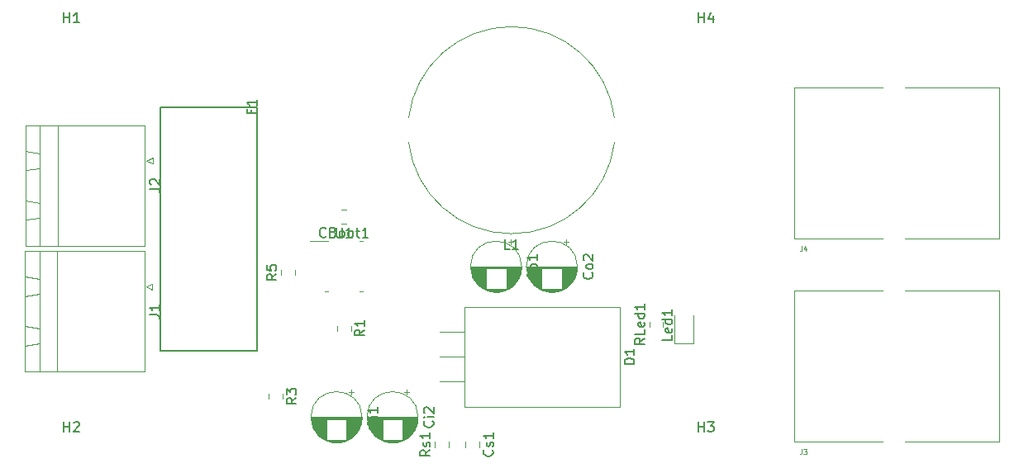
<source format=gbr>
G04 #@! TF.GenerationSoftware,KiCad,Pcbnew,5.1.4-e60b266~84~ubuntu18.04.1*
G04 #@! TF.CreationDate,2019-10-29T18:19:43-03:00*
G04 #@! TF.ProjectId,fonte_18V,666f6e74-655f-4313-9856-2e6b69636164,rev?*
G04 #@! TF.SameCoordinates,Original*
G04 #@! TF.FileFunction,Legend,Top*
G04 #@! TF.FilePolarity,Positive*
%FSLAX46Y46*%
G04 Gerber Fmt 4.6, Leading zero omitted, Abs format (unit mm)*
G04 Created by KiCad (PCBNEW 5.1.4-e60b266~84~ubuntu18.04.1) date 2019-10-29 18:19:43*
%MOMM*%
%LPD*%
G04 APERTURE LIST*
%ADD10C,0.120000*%
%ADD11C,0.150000*%
%ADD12C,0.100000*%
G04 APERTURE END LIST*
D10*
X189032000Y-158450000D02*
X189032000Y-142950000D01*
X168082000Y-142950000D02*
X177072000Y-142950000D01*
X168082000Y-142950000D02*
X168082000Y-158450000D01*
X168082000Y-158450000D02*
X177082000Y-158450000D01*
X179412000Y-142950000D02*
X189041000Y-142950000D01*
X179402000Y-158450000D02*
X189041000Y-158452000D01*
X189032000Y-179268000D02*
X189032000Y-163768000D01*
X168082000Y-163768000D02*
X177072000Y-163768000D01*
X168082000Y-163768000D02*
X168082000Y-179268000D01*
X168082000Y-179268000D02*
X177082000Y-179268000D01*
X179412000Y-163768000D02*
X189041000Y-163768000D01*
X179402000Y-179268000D02*
X189041000Y-179270000D01*
D11*
X113030000Y-144932400D02*
X103124000Y-144932400D01*
X113030000Y-144932400D02*
X113030000Y-169951400D01*
X103124000Y-144932400D02*
X103124000Y-169951400D01*
X113030000Y-169951400D02*
X103124000Y-169951400D01*
D10*
X120333752Y-158730000D02*
X118470000Y-158730000D01*
X123506248Y-158730000D02*
X123870000Y-158730000D01*
X120333752Y-163850000D02*
X119970000Y-163850000D01*
X123506248Y-163850000D02*
X123870000Y-163850000D01*
X132640000Y-179826252D02*
X132640000Y-179303748D01*
X131220000Y-179826252D02*
X131220000Y-179303748D01*
X154620000Y-167471252D02*
X154620000Y-166948748D01*
X153200000Y-167471252D02*
X153200000Y-166948748D01*
X116915000Y-162186252D02*
X116915000Y-161663748D01*
X115495000Y-162186252D02*
X115495000Y-161663748D01*
X114225000Y-174363748D02*
X114225000Y-174886252D01*
X115645000Y-174363748D02*
X115645000Y-174886252D01*
X121210000Y-167378748D02*
X121210000Y-167901252D01*
X122630000Y-167378748D02*
X122630000Y-167901252D01*
X157700000Y-169190000D02*
X157700000Y-166330000D01*
X155780000Y-169190000D02*
X157700000Y-169190000D01*
X155780000Y-166330000D02*
X155780000Y-169190000D01*
X128545011Y-146060000D02*
G75*
G02X149634989Y-146060000I10544989J-1260000D01*
G01*
X128545011Y-148580000D02*
G75*
G03X149634989Y-148580000I10544989J1260000D01*
G01*
X102310000Y-150150000D02*
X102310000Y-150750000D01*
X101710000Y-150450000D02*
X102310000Y-150150000D01*
X102310000Y-150750000D02*
X101710000Y-150450000D01*
X90790000Y-154780000D02*
X89290000Y-154530000D01*
X90790000Y-156280000D02*
X90790000Y-154780000D01*
X89290000Y-156530000D02*
X90790000Y-156280000D01*
X89290000Y-154530000D02*
X89290000Y-156530000D01*
X90790000Y-149700000D02*
X89290000Y-149450000D01*
X90790000Y-151200000D02*
X90790000Y-149700000D01*
X89290000Y-151450000D02*
X90790000Y-151200000D01*
X89290000Y-149450000D02*
X89290000Y-151450000D01*
X90790000Y-159180000D02*
X90790000Y-146800000D01*
X92590000Y-159180000D02*
X90790000Y-159180000D01*
X92590000Y-146800000D02*
X92590000Y-159180000D01*
X90790000Y-146800000D02*
X92590000Y-146800000D01*
X101510000Y-159180000D02*
X101510000Y-146800000D01*
X89290000Y-159180000D02*
X101510000Y-159180000D01*
X89290000Y-146800000D02*
X89290000Y-159180000D01*
X101510000Y-146800000D02*
X89290000Y-146800000D01*
X102265000Y-163055000D02*
X102265000Y-163655000D01*
X101665000Y-163355000D02*
X102265000Y-163055000D01*
X102265000Y-163655000D02*
X101665000Y-163355000D01*
X90745000Y-167685000D02*
X89245000Y-167435000D01*
X90745000Y-169185000D02*
X90745000Y-167685000D01*
X89245000Y-169435000D02*
X90745000Y-169185000D01*
X89245000Y-167435000D02*
X89245000Y-169435000D01*
X90745000Y-162605000D02*
X89245000Y-162355000D01*
X90745000Y-164105000D02*
X90745000Y-162605000D01*
X89245000Y-164355000D02*
X90745000Y-164105000D01*
X89245000Y-162355000D02*
X89245000Y-164355000D01*
X90745000Y-172085000D02*
X90745000Y-159705000D01*
X92545000Y-172085000D02*
X90745000Y-172085000D01*
X92545000Y-159705000D02*
X92545000Y-172085000D01*
X90745000Y-159705000D02*
X92545000Y-159705000D01*
X101465000Y-172085000D02*
X101465000Y-159705000D01*
X89245000Y-172085000D02*
X101465000Y-172085000D01*
X89245000Y-159705000D02*
X89245000Y-172085000D01*
X101465000Y-159705000D02*
X89245000Y-159705000D01*
X134395000Y-179303748D02*
X134395000Y-179826252D01*
X135815000Y-179303748D02*
X135815000Y-179826252D01*
X144945000Y-158765225D02*
X144445000Y-158765225D01*
X144695000Y-158515225D02*
X144695000Y-159015225D01*
X143504000Y-163921000D02*
X142936000Y-163921000D01*
X143738000Y-163881000D02*
X142702000Y-163881000D01*
X143897000Y-163841000D02*
X142543000Y-163841000D01*
X144025000Y-163801000D02*
X142415000Y-163801000D01*
X144135000Y-163761000D02*
X142305000Y-163761000D01*
X144231000Y-163721000D02*
X142209000Y-163721000D01*
X144318000Y-163681000D02*
X142122000Y-163681000D01*
X144398000Y-163641000D02*
X142042000Y-163641000D01*
X142180000Y-163601000D02*
X141969000Y-163601000D01*
X144471000Y-163601000D02*
X144260000Y-163601000D01*
X142180000Y-163561000D02*
X141901000Y-163561000D01*
X144539000Y-163561000D02*
X144260000Y-163561000D01*
X142180000Y-163521000D02*
X141837000Y-163521000D01*
X144603000Y-163521000D02*
X144260000Y-163521000D01*
X142180000Y-163481000D02*
X141777000Y-163481000D01*
X144663000Y-163481000D02*
X144260000Y-163481000D01*
X142180000Y-163441000D02*
X141720000Y-163441000D01*
X144720000Y-163441000D02*
X144260000Y-163441000D01*
X142180000Y-163401000D02*
X141666000Y-163401000D01*
X144774000Y-163401000D02*
X144260000Y-163401000D01*
X142180000Y-163361000D02*
X141615000Y-163361000D01*
X144825000Y-163361000D02*
X144260000Y-163361000D01*
X142180000Y-163321000D02*
X141567000Y-163321000D01*
X144873000Y-163321000D02*
X144260000Y-163321000D01*
X142180000Y-163281000D02*
X141521000Y-163281000D01*
X144919000Y-163281000D02*
X144260000Y-163281000D01*
X142180000Y-163241000D02*
X141477000Y-163241000D01*
X144963000Y-163241000D02*
X144260000Y-163241000D01*
X142180000Y-163201000D02*
X141435000Y-163201000D01*
X145005000Y-163201000D02*
X144260000Y-163201000D01*
X142180000Y-163161000D02*
X141394000Y-163161000D01*
X145046000Y-163161000D02*
X144260000Y-163161000D01*
X142180000Y-163121000D02*
X141356000Y-163121000D01*
X145084000Y-163121000D02*
X144260000Y-163121000D01*
X142180000Y-163081000D02*
X141319000Y-163081000D01*
X145121000Y-163081000D02*
X144260000Y-163081000D01*
X142180000Y-163041000D02*
X141283000Y-163041000D01*
X145157000Y-163041000D02*
X144260000Y-163041000D01*
X142180000Y-163001000D02*
X141249000Y-163001000D01*
X145191000Y-163001000D02*
X144260000Y-163001000D01*
X142180000Y-162961000D02*
X141216000Y-162961000D01*
X145224000Y-162961000D02*
X144260000Y-162961000D01*
X142180000Y-162921000D02*
X141185000Y-162921000D01*
X145255000Y-162921000D02*
X144260000Y-162921000D01*
X142180000Y-162881000D02*
X141155000Y-162881000D01*
X145285000Y-162881000D02*
X144260000Y-162881000D01*
X142180000Y-162841000D02*
X141125000Y-162841000D01*
X145315000Y-162841000D02*
X144260000Y-162841000D01*
X142180000Y-162801000D02*
X141098000Y-162801000D01*
X145342000Y-162801000D02*
X144260000Y-162801000D01*
X142180000Y-162761000D02*
X141071000Y-162761000D01*
X145369000Y-162761000D02*
X144260000Y-162761000D01*
X142180000Y-162721000D02*
X141045000Y-162721000D01*
X145395000Y-162721000D02*
X144260000Y-162721000D01*
X142180000Y-162681000D02*
X141020000Y-162681000D01*
X145420000Y-162681000D02*
X144260000Y-162681000D01*
X142180000Y-162641000D02*
X140996000Y-162641000D01*
X145444000Y-162641000D02*
X144260000Y-162641000D01*
X142180000Y-162601000D02*
X140973000Y-162601000D01*
X145467000Y-162601000D02*
X144260000Y-162601000D01*
X142180000Y-162561000D02*
X140952000Y-162561000D01*
X145488000Y-162561000D02*
X144260000Y-162561000D01*
X142180000Y-162521000D02*
X140930000Y-162521000D01*
X145510000Y-162521000D02*
X144260000Y-162521000D01*
X142180000Y-162481000D02*
X140910000Y-162481000D01*
X145530000Y-162481000D02*
X144260000Y-162481000D01*
X142180000Y-162441000D02*
X140891000Y-162441000D01*
X145549000Y-162441000D02*
X144260000Y-162441000D01*
X142180000Y-162401000D02*
X140872000Y-162401000D01*
X145568000Y-162401000D02*
X144260000Y-162401000D01*
X142180000Y-162361000D02*
X140855000Y-162361000D01*
X145585000Y-162361000D02*
X144260000Y-162361000D01*
X142180000Y-162321000D02*
X140838000Y-162321000D01*
X145602000Y-162321000D02*
X144260000Y-162321000D01*
X142180000Y-162281000D02*
X140822000Y-162281000D01*
X145618000Y-162281000D02*
X144260000Y-162281000D01*
X142180000Y-162241000D02*
X140806000Y-162241000D01*
X145634000Y-162241000D02*
X144260000Y-162241000D01*
X142180000Y-162201000D02*
X140792000Y-162201000D01*
X145648000Y-162201000D02*
X144260000Y-162201000D01*
X142180000Y-162161000D02*
X140778000Y-162161000D01*
X145662000Y-162161000D02*
X144260000Y-162161000D01*
X142180000Y-162121000D02*
X140765000Y-162121000D01*
X145675000Y-162121000D02*
X144260000Y-162121000D01*
X142180000Y-162081000D02*
X140752000Y-162081000D01*
X145688000Y-162081000D02*
X144260000Y-162081000D01*
X142180000Y-162041000D02*
X140740000Y-162041000D01*
X145700000Y-162041000D02*
X144260000Y-162041000D01*
X142180000Y-162000000D02*
X140729000Y-162000000D01*
X145711000Y-162000000D02*
X144260000Y-162000000D01*
X142180000Y-161960000D02*
X140719000Y-161960000D01*
X145721000Y-161960000D02*
X144260000Y-161960000D01*
X142180000Y-161920000D02*
X140709000Y-161920000D01*
X145731000Y-161920000D02*
X144260000Y-161920000D01*
X142180000Y-161880000D02*
X140700000Y-161880000D01*
X145740000Y-161880000D02*
X144260000Y-161880000D01*
X142180000Y-161840000D02*
X140692000Y-161840000D01*
X145748000Y-161840000D02*
X144260000Y-161840000D01*
X142180000Y-161800000D02*
X140684000Y-161800000D01*
X145756000Y-161800000D02*
X144260000Y-161800000D01*
X142180000Y-161760000D02*
X140677000Y-161760000D01*
X145763000Y-161760000D02*
X144260000Y-161760000D01*
X142180000Y-161720000D02*
X140670000Y-161720000D01*
X145770000Y-161720000D02*
X144260000Y-161720000D01*
X142180000Y-161680000D02*
X140664000Y-161680000D01*
X145776000Y-161680000D02*
X144260000Y-161680000D01*
X142180000Y-161640000D02*
X140659000Y-161640000D01*
X145781000Y-161640000D02*
X144260000Y-161640000D01*
X142180000Y-161600000D02*
X140655000Y-161600000D01*
X145785000Y-161600000D02*
X144260000Y-161600000D01*
X142180000Y-161560000D02*
X140651000Y-161560000D01*
X145789000Y-161560000D02*
X144260000Y-161560000D01*
X145793000Y-161520000D02*
X140647000Y-161520000D01*
X145796000Y-161480000D02*
X140644000Y-161480000D01*
X145798000Y-161440000D02*
X140642000Y-161440000D01*
X145799000Y-161400000D02*
X140641000Y-161400000D01*
X145800000Y-161360000D02*
X140640000Y-161360000D01*
X145800000Y-161320000D02*
X140640000Y-161320000D01*
X145840000Y-161320000D02*
G75*
G03X145840000Y-161320000I-2620000J0D01*
G01*
X139230000Y-158765225D02*
X138730000Y-158765225D01*
X138980000Y-158515225D02*
X138980000Y-159015225D01*
X137789000Y-163921000D02*
X137221000Y-163921000D01*
X138023000Y-163881000D02*
X136987000Y-163881000D01*
X138182000Y-163841000D02*
X136828000Y-163841000D01*
X138310000Y-163801000D02*
X136700000Y-163801000D01*
X138420000Y-163761000D02*
X136590000Y-163761000D01*
X138516000Y-163721000D02*
X136494000Y-163721000D01*
X138603000Y-163681000D02*
X136407000Y-163681000D01*
X138683000Y-163641000D02*
X136327000Y-163641000D01*
X136465000Y-163601000D02*
X136254000Y-163601000D01*
X138756000Y-163601000D02*
X138545000Y-163601000D01*
X136465000Y-163561000D02*
X136186000Y-163561000D01*
X138824000Y-163561000D02*
X138545000Y-163561000D01*
X136465000Y-163521000D02*
X136122000Y-163521000D01*
X138888000Y-163521000D02*
X138545000Y-163521000D01*
X136465000Y-163481000D02*
X136062000Y-163481000D01*
X138948000Y-163481000D02*
X138545000Y-163481000D01*
X136465000Y-163441000D02*
X136005000Y-163441000D01*
X139005000Y-163441000D02*
X138545000Y-163441000D01*
X136465000Y-163401000D02*
X135951000Y-163401000D01*
X139059000Y-163401000D02*
X138545000Y-163401000D01*
X136465000Y-163361000D02*
X135900000Y-163361000D01*
X139110000Y-163361000D02*
X138545000Y-163361000D01*
X136465000Y-163321000D02*
X135852000Y-163321000D01*
X139158000Y-163321000D02*
X138545000Y-163321000D01*
X136465000Y-163281000D02*
X135806000Y-163281000D01*
X139204000Y-163281000D02*
X138545000Y-163281000D01*
X136465000Y-163241000D02*
X135762000Y-163241000D01*
X139248000Y-163241000D02*
X138545000Y-163241000D01*
X136465000Y-163201000D02*
X135720000Y-163201000D01*
X139290000Y-163201000D02*
X138545000Y-163201000D01*
X136465000Y-163161000D02*
X135679000Y-163161000D01*
X139331000Y-163161000D02*
X138545000Y-163161000D01*
X136465000Y-163121000D02*
X135641000Y-163121000D01*
X139369000Y-163121000D02*
X138545000Y-163121000D01*
X136465000Y-163081000D02*
X135604000Y-163081000D01*
X139406000Y-163081000D02*
X138545000Y-163081000D01*
X136465000Y-163041000D02*
X135568000Y-163041000D01*
X139442000Y-163041000D02*
X138545000Y-163041000D01*
X136465000Y-163001000D02*
X135534000Y-163001000D01*
X139476000Y-163001000D02*
X138545000Y-163001000D01*
X136465000Y-162961000D02*
X135501000Y-162961000D01*
X139509000Y-162961000D02*
X138545000Y-162961000D01*
X136465000Y-162921000D02*
X135470000Y-162921000D01*
X139540000Y-162921000D02*
X138545000Y-162921000D01*
X136465000Y-162881000D02*
X135440000Y-162881000D01*
X139570000Y-162881000D02*
X138545000Y-162881000D01*
X136465000Y-162841000D02*
X135410000Y-162841000D01*
X139600000Y-162841000D02*
X138545000Y-162841000D01*
X136465000Y-162801000D02*
X135383000Y-162801000D01*
X139627000Y-162801000D02*
X138545000Y-162801000D01*
X136465000Y-162761000D02*
X135356000Y-162761000D01*
X139654000Y-162761000D02*
X138545000Y-162761000D01*
X136465000Y-162721000D02*
X135330000Y-162721000D01*
X139680000Y-162721000D02*
X138545000Y-162721000D01*
X136465000Y-162681000D02*
X135305000Y-162681000D01*
X139705000Y-162681000D02*
X138545000Y-162681000D01*
X136465000Y-162641000D02*
X135281000Y-162641000D01*
X139729000Y-162641000D02*
X138545000Y-162641000D01*
X136465000Y-162601000D02*
X135258000Y-162601000D01*
X139752000Y-162601000D02*
X138545000Y-162601000D01*
X136465000Y-162561000D02*
X135237000Y-162561000D01*
X139773000Y-162561000D02*
X138545000Y-162561000D01*
X136465000Y-162521000D02*
X135215000Y-162521000D01*
X139795000Y-162521000D02*
X138545000Y-162521000D01*
X136465000Y-162481000D02*
X135195000Y-162481000D01*
X139815000Y-162481000D02*
X138545000Y-162481000D01*
X136465000Y-162441000D02*
X135176000Y-162441000D01*
X139834000Y-162441000D02*
X138545000Y-162441000D01*
X136465000Y-162401000D02*
X135157000Y-162401000D01*
X139853000Y-162401000D02*
X138545000Y-162401000D01*
X136465000Y-162361000D02*
X135140000Y-162361000D01*
X139870000Y-162361000D02*
X138545000Y-162361000D01*
X136465000Y-162321000D02*
X135123000Y-162321000D01*
X139887000Y-162321000D02*
X138545000Y-162321000D01*
X136465000Y-162281000D02*
X135107000Y-162281000D01*
X139903000Y-162281000D02*
X138545000Y-162281000D01*
X136465000Y-162241000D02*
X135091000Y-162241000D01*
X139919000Y-162241000D02*
X138545000Y-162241000D01*
X136465000Y-162201000D02*
X135077000Y-162201000D01*
X139933000Y-162201000D02*
X138545000Y-162201000D01*
X136465000Y-162161000D02*
X135063000Y-162161000D01*
X139947000Y-162161000D02*
X138545000Y-162161000D01*
X136465000Y-162121000D02*
X135050000Y-162121000D01*
X139960000Y-162121000D02*
X138545000Y-162121000D01*
X136465000Y-162081000D02*
X135037000Y-162081000D01*
X139973000Y-162081000D02*
X138545000Y-162081000D01*
X136465000Y-162041000D02*
X135025000Y-162041000D01*
X139985000Y-162041000D02*
X138545000Y-162041000D01*
X136465000Y-162000000D02*
X135014000Y-162000000D01*
X139996000Y-162000000D02*
X138545000Y-162000000D01*
X136465000Y-161960000D02*
X135004000Y-161960000D01*
X140006000Y-161960000D02*
X138545000Y-161960000D01*
X136465000Y-161920000D02*
X134994000Y-161920000D01*
X140016000Y-161920000D02*
X138545000Y-161920000D01*
X136465000Y-161880000D02*
X134985000Y-161880000D01*
X140025000Y-161880000D02*
X138545000Y-161880000D01*
X136465000Y-161840000D02*
X134977000Y-161840000D01*
X140033000Y-161840000D02*
X138545000Y-161840000D01*
X136465000Y-161800000D02*
X134969000Y-161800000D01*
X140041000Y-161800000D02*
X138545000Y-161800000D01*
X136465000Y-161760000D02*
X134962000Y-161760000D01*
X140048000Y-161760000D02*
X138545000Y-161760000D01*
X136465000Y-161720000D02*
X134955000Y-161720000D01*
X140055000Y-161720000D02*
X138545000Y-161720000D01*
X136465000Y-161680000D02*
X134949000Y-161680000D01*
X140061000Y-161680000D02*
X138545000Y-161680000D01*
X136465000Y-161640000D02*
X134944000Y-161640000D01*
X140066000Y-161640000D02*
X138545000Y-161640000D01*
X136465000Y-161600000D02*
X134940000Y-161600000D01*
X140070000Y-161600000D02*
X138545000Y-161600000D01*
X136465000Y-161560000D02*
X134936000Y-161560000D01*
X140074000Y-161560000D02*
X138545000Y-161560000D01*
X140078000Y-161520000D02*
X134932000Y-161520000D01*
X140081000Y-161480000D02*
X134929000Y-161480000D01*
X140083000Y-161440000D02*
X134927000Y-161440000D01*
X140084000Y-161400000D02*
X134926000Y-161400000D01*
X140085000Y-161360000D02*
X134925000Y-161360000D01*
X140085000Y-161320000D02*
X134925000Y-161320000D01*
X140125000Y-161320000D02*
G75*
G03X140125000Y-161320000I-2620000J0D01*
G01*
X128625000Y-174209225D02*
X128125000Y-174209225D01*
X128375000Y-173959225D02*
X128375000Y-174459225D01*
X127184000Y-179365000D02*
X126616000Y-179365000D01*
X127418000Y-179325000D02*
X126382000Y-179325000D01*
X127577000Y-179285000D02*
X126223000Y-179285000D01*
X127705000Y-179245000D02*
X126095000Y-179245000D01*
X127815000Y-179205000D02*
X125985000Y-179205000D01*
X127911000Y-179165000D02*
X125889000Y-179165000D01*
X127998000Y-179125000D02*
X125802000Y-179125000D01*
X128078000Y-179085000D02*
X125722000Y-179085000D01*
X125860000Y-179045000D02*
X125649000Y-179045000D01*
X128151000Y-179045000D02*
X127940000Y-179045000D01*
X125860000Y-179005000D02*
X125581000Y-179005000D01*
X128219000Y-179005000D02*
X127940000Y-179005000D01*
X125860000Y-178965000D02*
X125517000Y-178965000D01*
X128283000Y-178965000D02*
X127940000Y-178965000D01*
X125860000Y-178925000D02*
X125457000Y-178925000D01*
X128343000Y-178925000D02*
X127940000Y-178925000D01*
X125860000Y-178885000D02*
X125400000Y-178885000D01*
X128400000Y-178885000D02*
X127940000Y-178885000D01*
X125860000Y-178845000D02*
X125346000Y-178845000D01*
X128454000Y-178845000D02*
X127940000Y-178845000D01*
X125860000Y-178805000D02*
X125295000Y-178805000D01*
X128505000Y-178805000D02*
X127940000Y-178805000D01*
X125860000Y-178765000D02*
X125247000Y-178765000D01*
X128553000Y-178765000D02*
X127940000Y-178765000D01*
X125860000Y-178725000D02*
X125201000Y-178725000D01*
X128599000Y-178725000D02*
X127940000Y-178725000D01*
X125860000Y-178685000D02*
X125157000Y-178685000D01*
X128643000Y-178685000D02*
X127940000Y-178685000D01*
X125860000Y-178645000D02*
X125115000Y-178645000D01*
X128685000Y-178645000D02*
X127940000Y-178645000D01*
X125860000Y-178605000D02*
X125074000Y-178605000D01*
X128726000Y-178605000D02*
X127940000Y-178605000D01*
X125860000Y-178565000D02*
X125036000Y-178565000D01*
X128764000Y-178565000D02*
X127940000Y-178565000D01*
X125860000Y-178525000D02*
X124999000Y-178525000D01*
X128801000Y-178525000D02*
X127940000Y-178525000D01*
X125860000Y-178485000D02*
X124963000Y-178485000D01*
X128837000Y-178485000D02*
X127940000Y-178485000D01*
X125860000Y-178445000D02*
X124929000Y-178445000D01*
X128871000Y-178445000D02*
X127940000Y-178445000D01*
X125860000Y-178405000D02*
X124896000Y-178405000D01*
X128904000Y-178405000D02*
X127940000Y-178405000D01*
X125860000Y-178365000D02*
X124865000Y-178365000D01*
X128935000Y-178365000D02*
X127940000Y-178365000D01*
X125860000Y-178325000D02*
X124835000Y-178325000D01*
X128965000Y-178325000D02*
X127940000Y-178325000D01*
X125860000Y-178285000D02*
X124805000Y-178285000D01*
X128995000Y-178285000D02*
X127940000Y-178285000D01*
X125860000Y-178245000D02*
X124778000Y-178245000D01*
X129022000Y-178245000D02*
X127940000Y-178245000D01*
X125860000Y-178205000D02*
X124751000Y-178205000D01*
X129049000Y-178205000D02*
X127940000Y-178205000D01*
X125860000Y-178165000D02*
X124725000Y-178165000D01*
X129075000Y-178165000D02*
X127940000Y-178165000D01*
X125860000Y-178125000D02*
X124700000Y-178125000D01*
X129100000Y-178125000D02*
X127940000Y-178125000D01*
X125860000Y-178085000D02*
X124676000Y-178085000D01*
X129124000Y-178085000D02*
X127940000Y-178085000D01*
X125860000Y-178045000D02*
X124653000Y-178045000D01*
X129147000Y-178045000D02*
X127940000Y-178045000D01*
X125860000Y-178005000D02*
X124632000Y-178005000D01*
X129168000Y-178005000D02*
X127940000Y-178005000D01*
X125860000Y-177965000D02*
X124610000Y-177965000D01*
X129190000Y-177965000D02*
X127940000Y-177965000D01*
X125860000Y-177925000D02*
X124590000Y-177925000D01*
X129210000Y-177925000D02*
X127940000Y-177925000D01*
X125860000Y-177885000D02*
X124571000Y-177885000D01*
X129229000Y-177885000D02*
X127940000Y-177885000D01*
X125860000Y-177845000D02*
X124552000Y-177845000D01*
X129248000Y-177845000D02*
X127940000Y-177845000D01*
X125860000Y-177805000D02*
X124535000Y-177805000D01*
X129265000Y-177805000D02*
X127940000Y-177805000D01*
X125860000Y-177765000D02*
X124518000Y-177765000D01*
X129282000Y-177765000D02*
X127940000Y-177765000D01*
X125860000Y-177725000D02*
X124502000Y-177725000D01*
X129298000Y-177725000D02*
X127940000Y-177725000D01*
X125860000Y-177685000D02*
X124486000Y-177685000D01*
X129314000Y-177685000D02*
X127940000Y-177685000D01*
X125860000Y-177645000D02*
X124472000Y-177645000D01*
X129328000Y-177645000D02*
X127940000Y-177645000D01*
X125860000Y-177605000D02*
X124458000Y-177605000D01*
X129342000Y-177605000D02*
X127940000Y-177605000D01*
X125860000Y-177565000D02*
X124445000Y-177565000D01*
X129355000Y-177565000D02*
X127940000Y-177565000D01*
X125860000Y-177525000D02*
X124432000Y-177525000D01*
X129368000Y-177525000D02*
X127940000Y-177525000D01*
X125860000Y-177485000D02*
X124420000Y-177485000D01*
X129380000Y-177485000D02*
X127940000Y-177485000D01*
X125860000Y-177444000D02*
X124409000Y-177444000D01*
X129391000Y-177444000D02*
X127940000Y-177444000D01*
X125860000Y-177404000D02*
X124399000Y-177404000D01*
X129401000Y-177404000D02*
X127940000Y-177404000D01*
X125860000Y-177364000D02*
X124389000Y-177364000D01*
X129411000Y-177364000D02*
X127940000Y-177364000D01*
X125860000Y-177324000D02*
X124380000Y-177324000D01*
X129420000Y-177324000D02*
X127940000Y-177324000D01*
X125860000Y-177284000D02*
X124372000Y-177284000D01*
X129428000Y-177284000D02*
X127940000Y-177284000D01*
X125860000Y-177244000D02*
X124364000Y-177244000D01*
X129436000Y-177244000D02*
X127940000Y-177244000D01*
X125860000Y-177204000D02*
X124357000Y-177204000D01*
X129443000Y-177204000D02*
X127940000Y-177204000D01*
X125860000Y-177164000D02*
X124350000Y-177164000D01*
X129450000Y-177164000D02*
X127940000Y-177164000D01*
X125860000Y-177124000D02*
X124344000Y-177124000D01*
X129456000Y-177124000D02*
X127940000Y-177124000D01*
X125860000Y-177084000D02*
X124339000Y-177084000D01*
X129461000Y-177084000D02*
X127940000Y-177084000D01*
X125860000Y-177044000D02*
X124335000Y-177044000D01*
X129465000Y-177044000D02*
X127940000Y-177044000D01*
X125860000Y-177004000D02*
X124331000Y-177004000D01*
X129469000Y-177004000D02*
X127940000Y-177004000D01*
X129473000Y-176964000D02*
X124327000Y-176964000D01*
X129476000Y-176924000D02*
X124324000Y-176924000D01*
X129478000Y-176884000D02*
X124322000Y-176884000D01*
X129479000Y-176844000D02*
X124321000Y-176844000D01*
X129480000Y-176804000D02*
X124320000Y-176804000D01*
X129480000Y-176764000D02*
X124320000Y-176764000D01*
X129520000Y-176764000D02*
G75*
G03X129520000Y-176764000I-2620000J0D01*
G01*
X122883000Y-174209225D02*
X122383000Y-174209225D01*
X122633000Y-173959225D02*
X122633000Y-174459225D01*
X121442000Y-179365000D02*
X120874000Y-179365000D01*
X121676000Y-179325000D02*
X120640000Y-179325000D01*
X121835000Y-179285000D02*
X120481000Y-179285000D01*
X121963000Y-179245000D02*
X120353000Y-179245000D01*
X122073000Y-179205000D02*
X120243000Y-179205000D01*
X122169000Y-179165000D02*
X120147000Y-179165000D01*
X122256000Y-179125000D02*
X120060000Y-179125000D01*
X122336000Y-179085000D02*
X119980000Y-179085000D01*
X120118000Y-179045000D02*
X119907000Y-179045000D01*
X122409000Y-179045000D02*
X122198000Y-179045000D01*
X120118000Y-179005000D02*
X119839000Y-179005000D01*
X122477000Y-179005000D02*
X122198000Y-179005000D01*
X120118000Y-178965000D02*
X119775000Y-178965000D01*
X122541000Y-178965000D02*
X122198000Y-178965000D01*
X120118000Y-178925000D02*
X119715000Y-178925000D01*
X122601000Y-178925000D02*
X122198000Y-178925000D01*
X120118000Y-178885000D02*
X119658000Y-178885000D01*
X122658000Y-178885000D02*
X122198000Y-178885000D01*
X120118000Y-178845000D02*
X119604000Y-178845000D01*
X122712000Y-178845000D02*
X122198000Y-178845000D01*
X120118000Y-178805000D02*
X119553000Y-178805000D01*
X122763000Y-178805000D02*
X122198000Y-178805000D01*
X120118000Y-178765000D02*
X119505000Y-178765000D01*
X122811000Y-178765000D02*
X122198000Y-178765000D01*
X120118000Y-178725000D02*
X119459000Y-178725000D01*
X122857000Y-178725000D02*
X122198000Y-178725000D01*
X120118000Y-178685000D02*
X119415000Y-178685000D01*
X122901000Y-178685000D02*
X122198000Y-178685000D01*
X120118000Y-178645000D02*
X119373000Y-178645000D01*
X122943000Y-178645000D02*
X122198000Y-178645000D01*
X120118000Y-178605000D02*
X119332000Y-178605000D01*
X122984000Y-178605000D02*
X122198000Y-178605000D01*
X120118000Y-178565000D02*
X119294000Y-178565000D01*
X123022000Y-178565000D02*
X122198000Y-178565000D01*
X120118000Y-178525000D02*
X119257000Y-178525000D01*
X123059000Y-178525000D02*
X122198000Y-178525000D01*
X120118000Y-178485000D02*
X119221000Y-178485000D01*
X123095000Y-178485000D02*
X122198000Y-178485000D01*
X120118000Y-178445000D02*
X119187000Y-178445000D01*
X123129000Y-178445000D02*
X122198000Y-178445000D01*
X120118000Y-178405000D02*
X119154000Y-178405000D01*
X123162000Y-178405000D02*
X122198000Y-178405000D01*
X120118000Y-178365000D02*
X119123000Y-178365000D01*
X123193000Y-178365000D02*
X122198000Y-178365000D01*
X120118000Y-178325000D02*
X119093000Y-178325000D01*
X123223000Y-178325000D02*
X122198000Y-178325000D01*
X120118000Y-178285000D02*
X119063000Y-178285000D01*
X123253000Y-178285000D02*
X122198000Y-178285000D01*
X120118000Y-178245000D02*
X119036000Y-178245000D01*
X123280000Y-178245000D02*
X122198000Y-178245000D01*
X120118000Y-178205000D02*
X119009000Y-178205000D01*
X123307000Y-178205000D02*
X122198000Y-178205000D01*
X120118000Y-178165000D02*
X118983000Y-178165000D01*
X123333000Y-178165000D02*
X122198000Y-178165000D01*
X120118000Y-178125000D02*
X118958000Y-178125000D01*
X123358000Y-178125000D02*
X122198000Y-178125000D01*
X120118000Y-178085000D02*
X118934000Y-178085000D01*
X123382000Y-178085000D02*
X122198000Y-178085000D01*
X120118000Y-178045000D02*
X118911000Y-178045000D01*
X123405000Y-178045000D02*
X122198000Y-178045000D01*
X120118000Y-178005000D02*
X118890000Y-178005000D01*
X123426000Y-178005000D02*
X122198000Y-178005000D01*
X120118000Y-177965000D02*
X118868000Y-177965000D01*
X123448000Y-177965000D02*
X122198000Y-177965000D01*
X120118000Y-177925000D02*
X118848000Y-177925000D01*
X123468000Y-177925000D02*
X122198000Y-177925000D01*
X120118000Y-177885000D02*
X118829000Y-177885000D01*
X123487000Y-177885000D02*
X122198000Y-177885000D01*
X120118000Y-177845000D02*
X118810000Y-177845000D01*
X123506000Y-177845000D02*
X122198000Y-177845000D01*
X120118000Y-177805000D02*
X118793000Y-177805000D01*
X123523000Y-177805000D02*
X122198000Y-177805000D01*
X120118000Y-177765000D02*
X118776000Y-177765000D01*
X123540000Y-177765000D02*
X122198000Y-177765000D01*
X120118000Y-177725000D02*
X118760000Y-177725000D01*
X123556000Y-177725000D02*
X122198000Y-177725000D01*
X120118000Y-177685000D02*
X118744000Y-177685000D01*
X123572000Y-177685000D02*
X122198000Y-177685000D01*
X120118000Y-177645000D02*
X118730000Y-177645000D01*
X123586000Y-177645000D02*
X122198000Y-177645000D01*
X120118000Y-177605000D02*
X118716000Y-177605000D01*
X123600000Y-177605000D02*
X122198000Y-177605000D01*
X120118000Y-177565000D02*
X118703000Y-177565000D01*
X123613000Y-177565000D02*
X122198000Y-177565000D01*
X120118000Y-177525000D02*
X118690000Y-177525000D01*
X123626000Y-177525000D02*
X122198000Y-177525000D01*
X120118000Y-177485000D02*
X118678000Y-177485000D01*
X123638000Y-177485000D02*
X122198000Y-177485000D01*
X120118000Y-177444000D02*
X118667000Y-177444000D01*
X123649000Y-177444000D02*
X122198000Y-177444000D01*
X120118000Y-177404000D02*
X118657000Y-177404000D01*
X123659000Y-177404000D02*
X122198000Y-177404000D01*
X120118000Y-177364000D02*
X118647000Y-177364000D01*
X123669000Y-177364000D02*
X122198000Y-177364000D01*
X120118000Y-177324000D02*
X118638000Y-177324000D01*
X123678000Y-177324000D02*
X122198000Y-177324000D01*
X120118000Y-177284000D02*
X118630000Y-177284000D01*
X123686000Y-177284000D02*
X122198000Y-177284000D01*
X120118000Y-177244000D02*
X118622000Y-177244000D01*
X123694000Y-177244000D02*
X122198000Y-177244000D01*
X120118000Y-177204000D02*
X118615000Y-177204000D01*
X123701000Y-177204000D02*
X122198000Y-177204000D01*
X120118000Y-177164000D02*
X118608000Y-177164000D01*
X123708000Y-177164000D02*
X122198000Y-177164000D01*
X120118000Y-177124000D02*
X118602000Y-177124000D01*
X123714000Y-177124000D02*
X122198000Y-177124000D01*
X120118000Y-177084000D02*
X118597000Y-177084000D01*
X123719000Y-177084000D02*
X122198000Y-177084000D01*
X120118000Y-177044000D02*
X118593000Y-177044000D01*
X123723000Y-177044000D02*
X122198000Y-177044000D01*
X120118000Y-177004000D02*
X118589000Y-177004000D01*
X123727000Y-177004000D02*
X122198000Y-177004000D01*
X123731000Y-176964000D02*
X118585000Y-176964000D01*
X123734000Y-176924000D02*
X118582000Y-176924000D01*
X123736000Y-176884000D02*
X118580000Y-176884000D01*
X123737000Y-176844000D02*
X118579000Y-176844000D01*
X123738000Y-176804000D02*
X118578000Y-176804000D01*
X123738000Y-176764000D02*
X118578000Y-176764000D01*
X123778000Y-176764000D02*
G75*
G03X123778000Y-176764000I-2620000J0D01*
G01*
X122181252Y-155500000D02*
X121658748Y-155500000D01*
X122181252Y-156920000D02*
X121658748Y-156920000D01*
X134310000Y-173090000D02*
X131770000Y-173090000D01*
X134310000Y-170550000D02*
X131770000Y-170550000D01*
X134310000Y-168010000D02*
X131770000Y-168010000D01*
X150200000Y-175670000D02*
X134310000Y-175670000D01*
X150200000Y-165430000D02*
X134310000Y-165430000D01*
X150200000Y-165430000D02*
X150200000Y-175670000D01*
X134310000Y-165430000D02*
X134310000Y-175670000D01*
D12*
X168819637Y-159240486D02*
X168819637Y-159597629D01*
X168795827Y-159669057D01*
X168748208Y-159716676D01*
X168676780Y-159740486D01*
X168629161Y-159740486D01*
X169272018Y-159407153D02*
X169272018Y-159740486D01*
X169152970Y-159216676D02*
X169033923Y-159573819D01*
X169343446Y-159573819D01*
X168819637Y-180058486D02*
X168819637Y-180415629D01*
X168795827Y-180487057D01*
X168748208Y-180534676D01*
X168676780Y-180558486D01*
X168629161Y-180558486D01*
X169010113Y-180058486D02*
X169319637Y-180058486D01*
X169152970Y-180248962D01*
X169224399Y-180248962D01*
X169272018Y-180272772D01*
X169295827Y-180296581D01*
X169319637Y-180344200D01*
X169319637Y-180463248D01*
X169295827Y-180510867D01*
X169272018Y-180534676D01*
X169224399Y-180558486D01*
X169081542Y-180558486D01*
X169033923Y-180534676D01*
X169010113Y-180510867D01*
D11*
X112458571Y-145265733D02*
X112458571Y-145599066D01*
X112982380Y-145599066D02*
X111982380Y-145599066D01*
X111982380Y-145122876D01*
X112982380Y-144218114D02*
X112982380Y-144789542D01*
X112982380Y-144503828D02*
X111982380Y-144503828D01*
X112125238Y-144599066D01*
X112220476Y-144694304D01*
X112268095Y-144789542D01*
X158238095Y-136252380D02*
X158238095Y-135252380D01*
X158238095Y-135728571D02*
X158809523Y-135728571D01*
X158809523Y-136252380D02*
X158809523Y-135252380D01*
X159714285Y-135585714D02*
X159714285Y-136252380D01*
X159476190Y-135204761D02*
X159238095Y-135919047D01*
X159857142Y-135919047D01*
X158238095Y-178252380D02*
X158238095Y-177252380D01*
X158238095Y-177728571D02*
X158809523Y-177728571D01*
X158809523Y-178252380D02*
X158809523Y-177252380D01*
X159190476Y-177252380D02*
X159809523Y-177252380D01*
X159476190Y-177633333D01*
X159619047Y-177633333D01*
X159714285Y-177680952D01*
X159761904Y-177728571D01*
X159809523Y-177823809D01*
X159809523Y-178061904D01*
X159761904Y-178157142D01*
X159714285Y-178204761D01*
X159619047Y-178252380D01*
X159333333Y-178252380D01*
X159238095Y-178204761D01*
X159190476Y-178157142D01*
X93238095Y-178252380D02*
X93238095Y-177252380D01*
X93238095Y-177728571D02*
X93809523Y-177728571D01*
X93809523Y-178252380D02*
X93809523Y-177252380D01*
X94238095Y-177347619D02*
X94285714Y-177300000D01*
X94380952Y-177252380D01*
X94619047Y-177252380D01*
X94714285Y-177300000D01*
X94761904Y-177347619D01*
X94809523Y-177442857D01*
X94809523Y-177538095D01*
X94761904Y-177680952D01*
X94190476Y-178252380D01*
X94809523Y-178252380D01*
X93238095Y-136252380D02*
X93238095Y-135252380D01*
X93238095Y-135728571D02*
X93809523Y-135728571D01*
X93809523Y-136252380D02*
X93809523Y-135252380D01*
X94809523Y-136252380D02*
X94238095Y-136252380D01*
X94523809Y-136252380D02*
X94523809Y-135252380D01*
X94428571Y-135395238D01*
X94333333Y-135490476D01*
X94238095Y-135538095D01*
X121158095Y-157342380D02*
X121158095Y-158151904D01*
X121205714Y-158247142D01*
X121253333Y-158294761D01*
X121348571Y-158342380D01*
X121539047Y-158342380D01*
X121634285Y-158294761D01*
X121681904Y-158247142D01*
X121729523Y-158151904D01*
X121729523Y-157342380D01*
X122729523Y-158342380D02*
X122158095Y-158342380D01*
X122443809Y-158342380D02*
X122443809Y-157342380D01*
X122348571Y-157485238D01*
X122253333Y-157580476D01*
X122158095Y-157628095D01*
X130732380Y-180136428D02*
X130256190Y-180469761D01*
X130732380Y-180707857D02*
X129732380Y-180707857D01*
X129732380Y-180326904D01*
X129780000Y-180231666D01*
X129827619Y-180184047D01*
X129922857Y-180136428D01*
X130065714Y-180136428D01*
X130160952Y-180184047D01*
X130208571Y-180231666D01*
X130256190Y-180326904D01*
X130256190Y-180707857D01*
X130684761Y-179755476D02*
X130732380Y-179660238D01*
X130732380Y-179469761D01*
X130684761Y-179374523D01*
X130589523Y-179326904D01*
X130541904Y-179326904D01*
X130446666Y-179374523D01*
X130399047Y-179469761D01*
X130399047Y-179612619D01*
X130351428Y-179707857D01*
X130256190Y-179755476D01*
X130208571Y-179755476D01*
X130113333Y-179707857D01*
X130065714Y-179612619D01*
X130065714Y-179469761D01*
X130113333Y-179374523D01*
X130732380Y-178374523D02*
X130732380Y-178945952D01*
X130732380Y-178660238D02*
X129732380Y-178660238D01*
X129875238Y-178755476D01*
X129970476Y-178850714D01*
X130018095Y-178945952D01*
X152712380Y-168662380D02*
X152236190Y-168995714D01*
X152712380Y-169233809D02*
X151712380Y-169233809D01*
X151712380Y-168852857D01*
X151760000Y-168757619D01*
X151807619Y-168710000D01*
X151902857Y-168662380D01*
X152045714Y-168662380D01*
X152140952Y-168710000D01*
X152188571Y-168757619D01*
X152236190Y-168852857D01*
X152236190Y-169233809D01*
X152712380Y-167757619D02*
X152712380Y-168233809D01*
X151712380Y-168233809D01*
X152664761Y-167043333D02*
X152712380Y-167138571D01*
X152712380Y-167329047D01*
X152664761Y-167424285D01*
X152569523Y-167471904D01*
X152188571Y-167471904D01*
X152093333Y-167424285D01*
X152045714Y-167329047D01*
X152045714Y-167138571D01*
X152093333Y-167043333D01*
X152188571Y-166995714D01*
X152283809Y-166995714D01*
X152379047Y-167471904D01*
X152712380Y-166138571D02*
X151712380Y-166138571D01*
X152664761Y-166138571D02*
X152712380Y-166233809D01*
X152712380Y-166424285D01*
X152664761Y-166519523D01*
X152617142Y-166567142D01*
X152521904Y-166614761D01*
X152236190Y-166614761D01*
X152140952Y-166567142D01*
X152093333Y-166519523D01*
X152045714Y-166424285D01*
X152045714Y-166233809D01*
X152093333Y-166138571D01*
X152712380Y-165138571D02*
X152712380Y-165710000D01*
X152712380Y-165424285D02*
X151712380Y-165424285D01*
X151855238Y-165519523D01*
X151950476Y-165614761D01*
X151998095Y-165710000D01*
X115007380Y-162091666D02*
X114531190Y-162425000D01*
X115007380Y-162663095D02*
X114007380Y-162663095D01*
X114007380Y-162282142D01*
X114055000Y-162186904D01*
X114102619Y-162139285D01*
X114197857Y-162091666D01*
X114340714Y-162091666D01*
X114435952Y-162139285D01*
X114483571Y-162186904D01*
X114531190Y-162282142D01*
X114531190Y-162663095D01*
X114007380Y-161186904D02*
X114007380Y-161663095D01*
X114483571Y-161710714D01*
X114435952Y-161663095D01*
X114388333Y-161567857D01*
X114388333Y-161329761D01*
X114435952Y-161234523D01*
X114483571Y-161186904D01*
X114578809Y-161139285D01*
X114816904Y-161139285D01*
X114912142Y-161186904D01*
X114959761Y-161234523D01*
X115007380Y-161329761D01*
X115007380Y-161567857D01*
X114959761Y-161663095D01*
X114912142Y-161710714D01*
X117037380Y-174791666D02*
X116561190Y-175125000D01*
X117037380Y-175363095D02*
X116037380Y-175363095D01*
X116037380Y-174982142D01*
X116085000Y-174886904D01*
X116132619Y-174839285D01*
X116227857Y-174791666D01*
X116370714Y-174791666D01*
X116465952Y-174839285D01*
X116513571Y-174886904D01*
X116561190Y-174982142D01*
X116561190Y-175363095D01*
X116037380Y-174458333D02*
X116037380Y-173839285D01*
X116418333Y-174172619D01*
X116418333Y-174029761D01*
X116465952Y-173934523D01*
X116513571Y-173886904D01*
X116608809Y-173839285D01*
X116846904Y-173839285D01*
X116942142Y-173886904D01*
X116989761Y-173934523D01*
X117037380Y-174029761D01*
X117037380Y-174315476D01*
X116989761Y-174410714D01*
X116942142Y-174458333D01*
X124022380Y-167806666D02*
X123546190Y-168140000D01*
X124022380Y-168378095D02*
X123022380Y-168378095D01*
X123022380Y-167997142D01*
X123070000Y-167901904D01*
X123117619Y-167854285D01*
X123212857Y-167806666D01*
X123355714Y-167806666D01*
X123450952Y-167854285D01*
X123498571Y-167901904D01*
X123546190Y-167997142D01*
X123546190Y-168378095D01*
X124022380Y-166854285D02*
X124022380Y-167425714D01*
X124022380Y-167140000D02*
X123022380Y-167140000D01*
X123165238Y-167235238D01*
X123260476Y-167330476D01*
X123308095Y-167425714D01*
X155542380Y-168377619D02*
X155542380Y-168853809D01*
X154542380Y-168853809D01*
X155494761Y-167663333D02*
X155542380Y-167758571D01*
X155542380Y-167949047D01*
X155494761Y-168044285D01*
X155399523Y-168091904D01*
X155018571Y-168091904D01*
X154923333Y-168044285D01*
X154875714Y-167949047D01*
X154875714Y-167758571D01*
X154923333Y-167663333D01*
X155018571Y-167615714D01*
X155113809Y-167615714D01*
X155209047Y-168091904D01*
X155542380Y-166758571D02*
X154542380Y-166758571D01*
X155494761Y-166758571D02*
X155542380Y-166853809D01*
X155542380Y-167044285D01*
X155494761Y-167139523D01*
X155447142Y-167187142D01*
X155351904Y-167234761D01*
X155066190Y-167234761D01*
X154970952Y-167187142D01*
X154923333Y-167139523D01*
X154875714Y-167044285D01*
X154875714Y-166853809D01*
X154923333Y-166758571D01*
X155542380Y-165758571D02*
X155542380Y-166330000D01*
X155542380Y-166044285D02*
X154542380Y-166044285D01*
X154685238Y-166139523D01*
X154780476Y-166234761D01*
X154828095Y-166330000D01*
X138923333Y-159522380D02*
X138447142Y-159522380D01*
X138447142Y-158522380D01*
X139780476Y-159522380D02*
X139209047Y-159522380D01*
X139494761Y-159522380D02*
X139494761Y-158522380D01*
X139399523Y-158665238D01*
X139304285Y-158760476D01*
X139209047Y-158808095D01*
X102052380Y-153323333D02*
X102766666Y-153323333D01*
X102909523Y-153370952D01*
X103004761Y-153466190D01*
X103052380Y-153609047D01*
X103052380Y-153704285D01*
X102147619Y-152894761D02*
X102100000Y-152847142D01*
X102052380Y-152751904D01*
X102052380Y-152513809D01*
X102100000Y-152418571D01*
X102147619Y-152370952D01*
X102242857Y-152323333D01*
X102338095Y-152323333D01*
X102480952Y-152370952D01*
X103052380Y-152942380D01*
X103052380Y-152323333D01*
X102007380Y-166228333D02*
X102721666Y-166228333D01*
X102864523Y-166275952D01*
X102959761Y-166371190D01*
X103007380Y-166514047D01*
X103007380Y-166609285D01*
X103007380Y-165228333D02*
X103007380Y-165799761D01*
X103007380Y-165514047D02*
X102007380Y-165514047D01*
X102150238Y-165609285D01*
X102245476Y-165704523D01*
X102293095Y-165799761D01*
X137112142Y-180136428D02*
X137159761Y-180184047D01*
X137207380Y-180326904D01*
X137207380Y-180422142D01*
X137159761Y-180565000D01*
X137064523Y-180660238D01*
X136969285Y-180707857D01*
X136778809Y-180755476D01*
X136635952Y-180755476D01*
X136445476Y-180707857D01*
X136350238Y-180660238D01*
X136255000Y-180565000D01*
X136207380Y-180422142D01*
X136207380Y-180326904D01*
X136255000Y-180184047D01*
X136302619Y-180136428D01*
X137159761Y-179755476D02*
X137207380Y-179660238D01*
X137207380Y-179469761D01*
X137159761Y-179374523D01*
X137064523Y-179326904D01*
X137016904Y-179326904D01*
X136921666Y-179374523D01*
X136874047Y-179469761D01*
X136874047Y-179612619D01*
X136826428Y-179707857D01*
X136731190Y-179755476D01*
X136683571Y-179755476D01*
X136588333Y-179707857D01*
X136540714Y-179612619D01*
X136540714Y-179469761D01*
X136588333Y-179374523D01*
X137207380Y-178374523D02*
X137207380Y-178945952D01*
X137207380Y-178660238D02*
X136207380Y-178660238D01*
X136350238Y-178755476D01*
X136445476Y-178850714D01*
X136493095Y-178945952D01*
X147327142Y-161939047D02*
X147374761Y-161986666D01*
X147422380Y-162129523D01*
X147422380Y-162224761D01*
X147374761Y-162367619D01*
X147279523Y-162462857D01*
X147184285Y-162510476D01*
X146993809Y-162558095D01*
X146850952Y-162558095D01*
X146660476Y-162510476D01*
X146565238Y-162462857D01*
X146470000Y-162367619D01*
X146422380Y-162224761D01*
X146422380Y-162129523D01*
X146470000Y-161986666D01*
X146517619Y-161939047D01*
X147422380Y-161367619D02*
X147374761Y-161462857D01*
X147327142Y-161510476D01*
X147231904Y-161558095D01*
X146946190Y-161558095D01*
X146850952Y-161510476D01*
X146803333Y-161462857D01*
X146755714Y-161367619D01*
X146755714Y-161224761D01*
X146803333Y-161129523D01*
X146850952Y-161081904D01*
X146946190Y-161034285D01*
X147231904Y-161034285D01*
X147327142Y-161081904D01*
X147374761Y-161129523D01*
X147422380Y-161224761D01*
X147422380Y-161367619D01*
X146517619Y-160653333D02*
X146470000Y-160605714D01*
X146422380Y-160510476D01*
X146422380Y-160272380D01*
X146470000Y-160177142D01*
X146517619Y-160129523D01*
X146612857Y-160081904D01*
X146708095Y-160081904D01*
X146850952Y-160129523D01*
X147422380Y-160700952D01*
X147422380Y-160081904D01*
X141612142Y-161939047D02*
X141659761Y-161986666D01*
X141707380Y-162129523D01*
X141707380Y-162224761D01*
X141659761Y-162367619D01*
X141564523Y-162462857D01*
X141469285Y-162510476D01*
X141278809Y-162558095D01*
X141135952Y-162558095D01*
X140945476Y-162510476D01*
X140850238Y-162462857D01*
X140755000Y-162367619D01*
X140707380Y-162224761D01*
X140707380Y-162129523D01*
X140755000Y-161986666D01*
X140802619Y-161939047D01*
X141707380Y-161367619D02*
X141659761Y-161462857D01*
X141612142Y-161510476D01*
X141516904Y-161558095D01*
X141231190Y-161558095D01*
X141135952Y-161510476D01*
X141088333Y-161462857D01*
X141040714Y-161367619D01*
X141040714Y-161224761D01*
X141088333Y-161129523D01*
X141135952Y-161081904D01*
X141231190Y-161034285D01*
X141516904Y-161034285D01*
X141612142Y-161081904D01*
X141659761Y-161129523D01*
X141707380Y-161224761D01*
X141707380Y-161367619D01*
X141707380Y-160081904D02*
X141707380Y-160653333D01*
X141707380Y-160367619D02*
X140707380Y-160367619D01*
X140850238Y-160462857D01*
X140945476Y-160558095D01*
X140993095Y-160653333D01*
X131007142Y-177168761D02*
X131054761Y-177216380D01*
X131102380Y-177359238D01*
X131102380Y-177454476D01*
X131054761Y-177597333D01*
X130959523Y-177692571D01*
X130864285Y-177740190D01*
X130673809Y-177787809D01*
X130530952Y-177787809D01*
X130340476Y-177740190D01*
X130245238Y-177692571D01*
X130150000Y-177597333D01*
X130102380Y-177454476D01*
X130102380Y-177359238D01*
X130150000Y-177216380D01*
X130197619Y-177168761D01*
X131102380Y-176740190D02*
X130435714Y-176740190D01*
X130102380Y-176740190D02*
X130150000Y-176787809D01*
X130197619Y-176740190D01*
X130150000Y-176692571D01*
X130102380Y-176740190D01*
X130197619Y-176740190D01*
X130197619Y-176311619D02*
X130150000Y-176264000D01*
X130102380Y-176168761D01*
X130102380Y-175930666D01*
X130150000Y-175835428D01*
X130197619Y-175787809D01*
X130292857Y-175740190D01*
X130388095Y-175740190D01*
X130530952Y-175787809D01*
X131102380Y-176359238D01*
X131102380Y-175740190D01*
X125265142Y-177168761D02*
X125312761Y-177216380D01*
X125360380Y-177359238D01*
X125360380Y-177454476D01*
X125312761Y-177597333D01*
X125217523Y-177692571D01*
X125122285Y-177740190D01*
X124931809Y-177787809D01*
X124788952Y-177787809D01*
X124598476Y-177740190D01*
X124503238Y-177692571D01*
X124408000Y-177597333D01*
X124360380Y-177454476D01*
X124360380Y-177359238D01*
X124408000Y-177216380D01*
X124455619Y-177168761D01*
X125360380Y-176740190D02*
X124693714Y-176740190D01*
X124360380Y-176740190D02*
X124408000Y-176787809D01*
X124455619Y-176740190D01*
X124408000Y-176692571D01*
X124360380Y-176740190D01*
X124455619Y-176740190D01*
X125360380Y-175740190D02*
X125360380Y-176311619D01*
X125360380Y-176025904D02*
X124360380Y-176025904D01*
X124503238Y-176121142D01*
X124598476Y-176216380D01*
X124646095Y-176311619D01*
X120062857Y-158217142D02*
X120015238Y-158264761D01*
X119872380Y-158312380D01*
X119777142Y-158312380D01*
X119634285Y-158264761D01*
X119539047Y-158169523D01*
X119491428Y-158074285D01*
X119443809Y-157883809D01*
X119443809Y-157740952D01*
X119491428Y-157550476D01*
X119539047Y-157455238D01*
X119634285Y-157360000D01*
X119777142Y-157312380D01*
X119872380Y-157312380D01*
X120015238Y-157360000D01*
X120062857Y-157407619D01*
X120824761Y-157788571D02*
X120967619Y-157836190D01*
X121015238Y-157883809D01*
X121062857Y-157979047D01*
X121062857Y-158121904D01*
X121015238Y-158217142D01*
X120967619Y-158264761D01*
X120872380Y-158312380D01*
X120491428Y-158312380D01*
X120491428Y-157312380D01*
X120824761Y-157312380D01*
X120920000Y-157360000D01*
X120967619Y-157407619D01*
X121015238Y-157502857D01*
X121015238Y-157598095D01*
X120967619Y-157693333D01*
X120920000Y-157740952D01*
X120824761Y-157788571D01*
X120491428Y-157788571D01*
X121634285Y-158312380D02*
X121539047Y-158264761D01*
X121491428Y-158217142D01*
X121443809Y-158121904D01*
X121443809Y-157836190D01*
X121491428Y-157740952D01*
X121539047Y-157693333D01*
X121634285Y-157645714D01*
X121777142Y-157645714D01*
X121872380Y-157693333D01*
X121920000Y-157740952D01*
X121967619Y-157836190D01*
X121967619Y-158121904D01*
X121920000Y-158217142D01*
X121872380Y-158264761D01*
X121777142Y-158312380D01*
X121634285Y-158312380D01*
X122539047Y-158312380D02*
X122443809Y-158264761D01*
X122396190Y-158217142D01*
X122348571Y-158121904D01*
X122348571Y-157836190D01*
X122396190Y-157740952D01*
X122443809Y-157693333D01*
X122539047Y-157645714D01*
X122681904Y-157645714D01*
X122777142Y-157693333D01*
X122824761Y-157740952D01*
X122872380Y-157836190D01*
X122872380Y-158121904D01*
X122824761Y-158217142D01*
X122777142Y-158264761D01*
X122681904Y-158312380D01*
X122539047Y-158312380D01*
X123158095Y-157645714D02*
X123539047Y-157645714D01*
X123300952Y-157312380D02*
X123300952Y-158169523D01*
X123348571Y-158264761D01*
X123443809Y-158312380D01*
X123539047Y-158312380D01*
X124396190Y-158312380D02*
X123824761Y-158312380D01*
X124110476Y-158312380D02*
X124110476Y-157312380D01*
X124015238Y-157455238D01*
X123920000Y-157550476D01*
X123824761Y-157598095D01*
X151652380Y-171288095D02*
X150652380Y-171288095D01*
X150652380Y-171050000D01*
X150700000Y-170907142D01*
X150795238Y-170811904D01*
X150890476Y-170764285D01*
X151080952Y-170716666D01*
X151223809Y-170716666D01*
X151414285Y-170764285D01*
X151509523Y-170811904D01*
X151604761Y-170907142D01*
X151652380Y-171050000D01*
X151652380Y-171288095D01*
X151652380Y-169764285D02*
X151652380Y-170335714D01*
X151652380Y-170050000D02*
X150652380Y-170050000D01*
X150795238Y-170145238D01*
X150890476Y-170240476D01*
X150938095Y-170335714D01*
M02*

</source>
